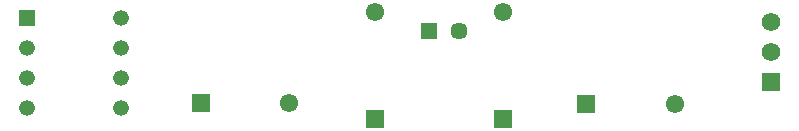
<source format=gbs>
G04*
G04 #@! TF.GenerationSoftware,Altium Limited,Altium Designer,21.0.3 (12)*
G04*
G04 Layer_Color=16711935*
%FSLAX43Y43*%
%MOMM*%
G71*
G04*
G04 #@! TF.SameCoordinates,4E316A9E-77FC-4309-9E54-DBFB9EC2A46A*
G04*
G04*
G04 #@! TF.FilePolarity,Negative*
G04*
G01*
G75*
%ADD15C,1.550*%
%ADD16R,1.550X1.550*%
%ADD17R,1.333X1.333*%
%ADD18C,1.333*%
%ADD19R,1.553X1.553*%
%ADD20C,1.553*%
%ADD21C,1.570*%
%ADD22R,1.570X1.570*%
%ADD23C,1.450*%
%ADD24R,1.450X1.450*%
D15*
X59503Y11557D02*
D03*
X26864Y11612D02*
D03*
D16*
X52003Y11557D02*
D03*
X19364Y11612D02*
D03*
D17*
X4666Y18851D02*
D03*
D18*
Y16311D02*
D03*
Y13771D02*
D03*
Y11231D02*
D03*
X12606D02*
D03*
Y13771D02*
D03*
Y16311D02*
D03*
Y18851D02*
D03*
D19*
X34163Y10287D02*
D03*
X44958D02*
D03*
D20*
X34163Y19287D02*
D03*
X44958D02*
D03*
D21*
X67691Y18470D02*
D03*
Y15930D02*
D03*
D22*
Y13390D02*
D03*
D23*
X41275Y17708D02*
D03*
D24*
X38735D02*
D03*
M02*

</source>
